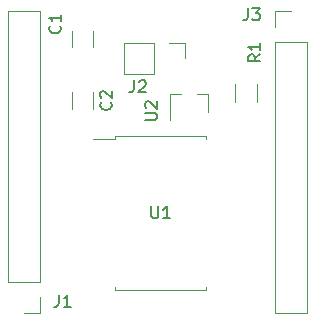
<source format=gbr>
%TF.GenerationSoftware,KiCad,Pcbnew,5.1.12-84ad8e8a86~92~ubuntu18.04.1*%
%TF.CreationDate,2021-11-25T16:48:48-05:00*%
%TF.ProjectId,shifter,73686966-7465-4722-9e6b-696361645f70,rev?*%
%TF.SameCoordinates,Original*%
%TF.FileFunction,Legend,Top*%
%TF.FilePolarity,Positive*%
%FSLAX46Y46*%
G04 Gerber Fmt 4.6, Leading zero omitted, Abs format (unit mm)*
G04 Created by KiCad (PCBNEW 5.1.12-84ad8e8a86~92~ubuntu18.04.1) date 2021-11-25 16:48:48*
%MOMM*%
%LPD*%
G01*
G04 APERTURE LIST*
%ADD10C,0.120000*%
%ADD11C,0.150000*%
G04 APERTURE END LIST*
D10*
%TO.C,C1*%
X3281000Y1092252D02*
X3281000Y-330252D01*
X5101000Y1092252D02*
X5101000Y-330252D01*
%TO.C,C2*%
X3281000Y-5537252D02*
X3281000Y-4114748D01*
X5101000Y-5537252D02*
X5101000Y-4114748D01*
%TO.C,J1*%
X568000Y2727000D02*
X-2092000Y2727000D01*
X568000Y-20193000D02*
X568000Y2727000D01*
X-2092000Y-20193000D02*
X-2092000Y2727000D01*
X568000Y-20193000D02*
X-2092000Y-20193000D01*
X568000Y-21463000D02*
X568000Y-22793000D01*
X568000Y-22793000D02*
X-762000Y-22793000D01*
%TO.C,J2*%
X12887000Y60000D02*
X12887000Y-1270000D01*
X11557000Y60000D02*
X12887000Y60000D01*
X10287000Y60000D02*
X10287000Y-2600000D01*
X10287000Y-2600000D02*
X7687000Y-2600000D01*
X10287000Y60000D02*
X7687000Y60000D01*
X7687000Y60000D02*
X7687000Y-2600000D01*
%TO.C,J3*%
X20514000Y2727000D02*
X21844000Y2727000D01*
X20514000Y1397000D02*
X20514000Y2727000D01*
X20514000Y127000D02*
X23174000Y127000D01*
X23174000Y127000D02*
X23174000Y-22793000D01*
X20514000Y127000D02*
X20514000Y-22793000D01*
X20514000Y-22793000D02*
X23174000Y-22793000D01*
%TO.C,R1*%
X18944000Y-4918064D02*
X18944000Y-3463936D01*
X17124000Y-4918064D02*
X17124000Y-3463936D01*
%TO.C,U1*%
X6935000Y-8076000D02*
X5120000Y-8076000D01*
X6935000Y-7841000D02*
X6935000Y-8076000D01*
X10795000Y-7841000D02*
X6935000Y-7841000D01*
X14655000Y-7841000D02*
X14655000Y-8076000D01*
X10795000Y-7841000D02*
X14655000Y-7841000D01*
X6935000Y-20861000D02*
X6935000Y-20626000D01*
X10795000Y-20861000D02*
X6935000Y-20861000D01*
X14655000Y-20861000D02*
X14655000Y-20626000D01*
X10795000Y-20861000D02*
X14655000Y-20861000D01*
%TO.C,U2*%
X14788000Y-4320000D02*
X14788000Y-5780000D01*
X11628000Y-4320000D02*
X11628000Y-6480000D01*
X11628000Y-4320000D02*
X12558000Y-4320000D01*
X14788000Y-4320000D02*
X13858000Y-4320000D01*
%TO.C,C1*%
D11*
X2262142Y1484333D02*
X2309761Y1436714D01*
X2357380Y1293857D01*
X2357380Y1198619D01*
X2309761Y1055761D01*
X2214523Y960523D01*
X2119285Y912904D01*
X1928809Y865285D01*
X1785952Y865285D01*
X1595476Y912904D01*
X1500238Y960523D01*
X1405000Y1055761D01*
X1357380Y1198619D01*
X1357380Y1293857D01*
X1405000Y1436714D01*
X1452619Y1484333D01*
X2357380Y2436714D02*
X2357380Y1865285D01*
X2357380Y2151000D02*
X1357380Y2151000D01*
X1500238Y2055761D01*
X1595476Y1960523D01*
X1643095Y1865285D01*
%TO.C,C2*%
X6580142Y-4992666D02*
X6627761Y-5040285D01*
X6675380Y-5183142D01*
X6675380Y-5278380D01*
X6627761Y-5421238D01*
X6532523Y-5516476D01*
X6437285Y-5564095D01*
X6246809Y-5611714D01*
X6103952Y-5611714D01*
X5913476Y-5564095D01*
X5818238Y-5516476D01*
X5723000Y-5421238D01*
X5675380Y-5278380D01*
X5675380Y-5183142D01*
X5723000Y-5040285D01*
X5770619Y-4992666D01*
X5770619Y-4611714D02*
X5723000Y-4564095D01*
X5675380Y-4468857D01*
X5675380Y-4230761D01*
X5723000Y-4135523D01*
X5770619Y-4087904D01*
X5865857Y-4040285D01*
X5961095Y-4040285D01*
X6103952Y-4087904D01*
X6675380Y-4659333D01*
X6675380Y-4040285D01*
%TO.C,J1*%
X2206666Y-21296380D02*
X2206666Y-22010666D01*
X2159047Y-22153523D01*
X2063809Y-22248761D01*
X1920952Y-22296380D01*
X1825714Y-22296380D01*
X3206666Y-22296380D02*
X2635238Y-22296380D01*
X2920952Y-22296380D02*
X2920952Y-21296380D01*
X2825714Y-21439238D01*
X2730476Y-21534476D01*
X2635238Y-21582095D01*
%TO.C,J2*%
X8556666Y-3135380D02*
X8556666Y-3849666D01*
X8509047Y-3992523D01*
X8413809Y-4087761D01*
X8270952Y-4135380D01*
X8175714Y-4135380D01*
X8985238Y-3230619D02*
X9032857Y-3183000D01*
X9128095Y-3135380D01*
X9366190Y-3135380D01*
X9461428Y-3183000D01*
X9509047Y-3230619D01*
X9556666Y-3325857D01*
X9556666Y-3421095D01*
X9509047Y-3563952D01*
X8937619Y-4135380D01*
X9556666Y-4135380D01*
%TO.C,J3*%
X18208666Y2960619D02*
X18208666Y2246333D01*
X18161047Y2103476D01*
X18065809Y2008238D01*
X17922952Y1960619D01*
X17827714Y1960619D01*
X18589619Y2960619D02*
X19208666Y2960619D01*
X18875333Y2579666D01*
X19018190Y2579666D01*
X19113428Y2532047D01*
X19161047Y2484428D01*
X19208666Y2389190D01*
X19208666Y2151095D01*
X19161047Y2055857D01*
X19113428Y2008238D01*
X19018190Y1960619D01*
X18732476Y1960619D01*
X18637238Y2008238D01*
X18589619Y2055857D01*
%TO.C,R1*%
X19248380Y-928666D02*
X18772190Y-1262000D01*
X19248380Y-1500095D02*
X18248380Y-1500095D01*
X18248380Y-1119142D01*
X18296000Y-1023904D01*
X18343619Y-976285D01*
X18438857Y-928666D01*
X18581714Y-928666D01*
X18676952Y-976285D01*
X18724571Y-1023904D01*
X18772190Y-1119142D01*
X18772190Y-1500095D01*
X19248380Y23714D02*
X19248380Y-547714D01*
X19248380Y-262000D02*
X18248380Y-261999D01*
X18391238Y-357238D01*
X18486476Y-452476D01*
X18534095Y-547714D01*
%TO.C,U1*%
X10033095Y-13803380D02*
X10033095Y-14612904D01*
X10080714Y-14708142D01*
X10128333Y-14755761D01*
X10223571Y-14803380D01*
X10414047Y-14803380D01*
X10509285Y-14755761D01*
X10556904Y-14708142D01*
X10604523Y-14612904D01*
X10604523Y-13803380D01*
X11604523Y-14803380D02*
X11033095Y-14803380D01*
X11318809Y-14803380D02*
X11318809Y-13803380D01*
X11223571Y-13946238D01*
X11128333Y-14041476D01*
X11033095Y-14089095D01*
%TO.C,U2*%
X9485380Y-6476904D02*
X10294904Y-6476904D01*
X10390142Y-6429285D01*
X10437761Y-6381666D01*
X10485380Y-6286428D01*
X10485380Y-6095952D01*
X10437761Y-6000714D01*
X10390142Y-5953095D01*
X10294904Y-5905476D01*
X9485380Y-5905476D01*
X9580619Y-5476904D02*
X9533000Y-5429285D01*
X9485380Y-5334047D01*
X9485380Y-5095952D01*
X9533000Y-5000714D01*
X9580619Y-4953095D01*
X9675857Y-4905476D01*
X9771095Y-4905476D01*
X9913952Y-4953095D01*
X10485380Y-5524523D01*
X10485380Y-4905476D01*
%TD*%
M02*

</source>
